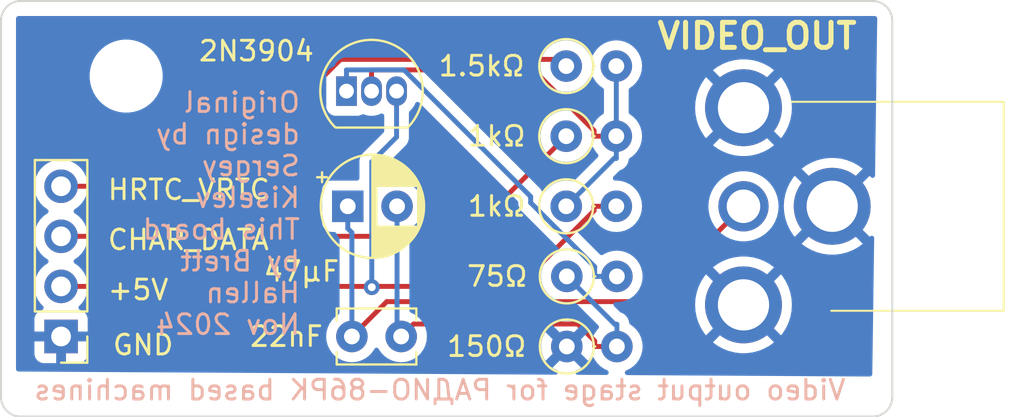
<source format=kicad_pcb>
(kicad_pcb (version 20240108) (generator "pcbnew") (generator_version "8.0")
  (title_block (title "РАДИО-86РК Video Output Stage") (date "23-Nov-2024") (rev "1.1-0") (comment 1 "https://github.com/0ddjob/Radio-86RK-Video-Output") (comment 2 "Brett Hallen") (comment 3 "https://github.com/skiselev/radio-86rk") (comment 4 "Original design by Sergey Kiselev"))
  (layers (0 "F.Cu" signal) (31 "B.Cu" signal) (34 "B.Paste" user) (35 "F.Paste" user) (36 "B.SilkS" user "B.Silkscreen") (37 "F.SilkS" user "F.Silkscreen") (38 "B.Mask" user) (39 "F.Mask" user) (44 "Edge.Cuts" user))
  (net 0 "")
  (net 1 "Net-(C1-Pad1)")
  (net 2 "GND")
  (net 3 "5V")
  (net 4 "CHAR_DATA")
  (net 5 "HRTC_VRTC")
  (net 6 "Net-(Q1-E)")
  (net 7 "Net-(Q1-B)")
  (net 8 "Net-(J1-Signal)")
  (footprint "Capacitor_THT:C_Disc_D3.8mm_W2.6mm_P2.50mm" (layer "F.Cu") (at 124.186 83.566 180)
    (property "Reference" "C1" (hide yes))
    (property "Value" "22nF" (at 5.822 0 0) (layer "F.SilkS"))
    (fp_line (start 3.27 0.795) (end 3.27 1.42) (stroke (width 0.12)) (layer "F.SilkS"))
    (fp_line (start 3.27 -1.42) (end 3.27 -0.795) (stroke (width 0.12)) (layer "F.SilkS"))
    (fp_line (start -0.77 1.42) (end 3.27 1.42) (stroke (width 0.12)) (layer "F.SilkS"))
    (fp_line (start -0.77 0.795) (end -0.77 1.42) (stroke (width 0.12)) (layer "F.SilkS"))
    (fp_line (start -0.77 -1.42) (end 3.27 -1.42) (stroke (width 0.12)) (layer "F.SilkS"))
    (fp_line (start -0.77 -1.42) (end -0.77 -0.795) (stroke (width 0.12)) (layer "F.SilkS"))
    (pad "1" thru_hole circle (at 0 0 180) (size 1.6 1.6) (drill 0.8) (layers "*.Cu" "*.Mask") (net 1 "Net-(C1-Pad1)"))
    (pad "2" thru_hole circle (at 2.5 0 180) (size 1.6 1.6) (drill 0.8) (layers "*.Cu" "*.Mask") (net 8 "Net-(J1-Signal)"))
  )
  (footprint "Package_TO_SOT_THT:TO-92_Inline" (layer "F.Cu") (at 121.412 71.12)
    (property "Reference" "Q1" (hide yes))
    (property "Value" "2N3904" (at -4.572 -2.032 0) (layer "F.SilkS"))
    (fp_line (start -0.53 1.85) (end 3.07 1.85) (stroke (width 0.12)) (layer "F.SilkS"))
    (fp_arc (start -0.568478 1.838478) (mid -1.132087 -0.994977) (end 1.27 -2.6) (stroke (width 0.12)) (layer "F.SilkS"))
    (fp_arc (start 1.27 -2.6) (mid 3.672087 -0.994977) (end 3.108478 1.838478) (stroke (width 0.12)) (layer "F.SilkS"))
    (pad "1" thru_hole rect (at 0 0) (size 1.05 1.5) (drill 0.75) (layers "*.Cu" "*.Mask") (net 6 "Net-(Q1-E)"))
    (pad "2" thru_hole oval (at 1.27 0) (size 1.05 1.5) (drill 0.75) (layers "*.Cu" "*.Mask") (net 7 "Net-(Q1-B)"))
    (pad "3" thru_hole oval (at 2.54 0) (size 1.05 1.5) (drill 0.75) (layers "*.Cu" "*.Mask") (net 3 "5V"))
  )
  (footprint "Resistor_THT:R_Axial_DIN0207_L6.3mm_D2.5mm_P2.54mm_Vertical" (layer "F.Cu") (at 132.559 69.85)
    (property "Reference" "R1" (hide yes))
    (property "Value" "1.5kΩ" (at -4.289 0 0) (layer "F.SilkS"))
    (fp_line (start 1.37 0) (end 1.44 0) (stroke (width 0.12)) (layer "F.SilkS"))
    (fp_circle (center 0 0) (end 1.37 0) (stroke (width 0.12)) (fill none) (layer "F.SilkS"))
    (pad "1" thru_hole circle (at 0 0) (size 1.6 1.6) (drill 0.8) (layers "*.Cu" "*.Mask") (net 5 "HRTC_VRTC"))
    (pad "2" thru_hole oval (at 2.54 0) (size 1.6 1.6) (drill 0.8) (layers "*.Cu" "*.Mask") (net 7 "Net-(Q1-B)"))
  )
  (footprint "Resistor_THT:R_Axial_DIN0207_L6.3mm_D2.5mm_P2.54mm_Vertical" (layer "F.Cu") (at 132.559 73.406)
    (property "Reference" "R2" (hide yes))
    (property "Value" "1kΩ" (at -3.527 0 0) (layer "F.SilkS"))
    (fp_line (start 1.37 0) (end 1.44 0) (stroke (width 0.12)) (layer "F.SilkS"))
    (fp_circle (center 0 0) (end 1.37 0) (stroke (width 0.12)) (fill none) (layer "F.SilkS"))
    (pad "1" thru_hole circle (at 0 0) (size 1.6 1.6) (drill 0.8) (layers "*.Cu" "*.Mask") (net 4 "CHAR_DATA"))
    (pad "2" thru_hole oval (at 2.54 0) (size 1.6 1.6) (drill 0.8) (layers "*.Cu" "*.Mask") (net 7 "Net-(Q1-B)"))
  )
  (footprint "MountingHole:MountingHole_3.2mm_M3" (layer "F.Cu") (at 110.236 70.358)
    (property "Reference" "H1" (hide yes))
    (property "Value" "MountingHole" (hide yes))
    (pad "" np_thru_hole circle (at 0 0) (size 3.2 3.2) (drill 3.2) (layers "*.Cu" "*.Mask"))
  )
  (footprint "Resistor_THT:R_Axial_DIN0207_L6.3mm_D2.5mm_P2.54mm_Vertical" (layer "F.Cu") (at 132.559 76.962)
    (property "Reference" "R3" (hide yes))
    (property "Value" "1kΩ" (at -3.527 0 0) (layer "F.SilkS"))
    (fp_line (start 1.37 0) (end 1.44 0) (stroke (width 0.12)) (layer "F.SilkS"))
    (fp_circle (center 0 0) (end 1.37 0) (stroke (width 0.12)) (fill none) (layer "F.SilkS"))
    (pad "1" thru_hole circle (at 0 0) (size 1.6 1.6) (drill 0.8) (layers "*.Cu" "*.Mask") (net 7 "Net-(Q1-B)"))
    (pad "2" thru_hole oval (at 2.54 0) (size 1.6 1.6) (drill 0.8) (layers "*.Cu" "*.Mask") (net 3 "5V"))
  )
  (footprint "Resistor_THT:R_Axial_DIN0207_L6.3mm_D2.5mm_P2.54mm_Vertical" (layer "F.Cu") (at 132.588 84.074)
    (property "Reference" "R5" (hide yes))
    (property "Value" "150Ω" (at -4.064 0 0) (layer "F.SilkS"))
    (fp_line (start 1.37 0) (end 1.44 0) (stroke (width 0.12)) (layer "F.SilkS"))
    (fp_circle (center 0 0) (end 1.37 0) (stroke (width 0.12)) (fill none) (layer "F.SilkS"))
    (pad "1" thru_hole circle (at 0 0) (size 1.6 1.6) (drill 0.8) (layers "*.Cu" "*.Mask") (net 2 "GND"))
    (pad "2" thru_hole oval (at 2.54 0) (size 1.6 1.6) (drill 0.8) (layers "*.Cu" "*.Mask") (net 1 "Net-(C1-Pad1)"))
  )
  (footprint "Resistor_THT:R_Axial_DIN0207_L6.3mm_D2.5mm_P2.54mm_Vertical" (layer "F.Cu") (at 132.588 80.518)
    (property "Reference" "R4" (hide yes))
    (property "Value" "75Ω" (at -3.527 0 0) (layer "F.SilkS"))
    (fp_line (start 1.37 0) (end 1.44 0) (stroke (width 0.12)) (layer "F.SilkS"))
    (fp_circle (center 0 0) (end 1.37 0) (stroke (width 0.12)) (fill none) (layer "F.SilkS"))
    (pad "1" thru_hole circle (at 0 0) (size 1.6 1.6) (drill 0.8) (layers "*.Cu" "*.Mask") (net 1 "Net-(C1-Pad1)"))
    (pad "2" thru_hole oval (at 2.54 0) (size 1.6 1.6) (drill 0.8) (layers "*.Cu" "*.Mask") (net 6 "Net-(Q1-E)"))
  )
  (footprint "Capacitor_THT:CP_Radial_D5.0mm_P2.50mm" (layer "F.Cu") (at 121.4769 76.962)
    (property "Reference" "C2" (hide yes))
    (property "Value" "47µF" (at -2.3509 3.302 0) (layer "F.SilkS"))
    (fp_line (start -1.554775 -1.475) (end -1.054775 -1.475) (stroke (width 0.12)) (layer "F.SilkS"))
    (fp_line (start -1.304775 -1.725) (end -1.304775 -1.225) (stroke (width 0.12)) (layer "F.SilkS"))
    (fp_line (start 1.25 -2.58) (end 1.25 2.58) (stroke (width 0.12)) (layer "F.SilkS"))
    (fp_line (start 1.29 -2.58) (end 1.29 2.58) (stroke (width 0.12)) (layer "F.SilkS"))
    (fp_line (start 1.33 -2.579) (end 1.33 2.579) (stroke (width 0.12)) (layer "F.SilkS"))
    (fp_line (start 1.37 -2.578) (end 1.37 2.578) (stroke (width 0.12)) (layer "F.SilkS"))
    (fp_line (start 1.41 -2.576) (end 1.41 2.576) (stroke (width 0.12)) (layer "F.SilkS"))
    (fp_line (start 1.45 -2.573) (end 1.45 2.573) (stroke (width 0.12)) (layer "F.SilkS"))
    (fp_line (start 1.49 -2.569) (end 1.49 -1.04) (stroke (width 0.12)) (layer "F.SilkS"))
    (fp_line (start 1.49 1.04) (end 1.49 2.569) (stroke (width 0.12)) (layer "F.SilkS"))
    (fp_line (start 1.53 -2.565) (end 1.53 -1.04) (stroke (width 0.12)) (layer "F.SilkS"))
    (fp_line (start 1.53 1.04) (end 1.53 2.565) (stroke (width 0.12)) (layer "F.SilkS"))
    (fp_line (start 1.57 -2.561) (end 1.57 -1.04) (stroke (width 0.12)) (layer "F.SilkS"))
    (fp_line (start 1.57 1.04) (end 1.57 2.561) (stroke (width 0.12)) (layer "F.SilkS"))
    (fp_line (start 1.61 -2.556) (end 1.61 -1.04) (stroke (width 0.12)) (layer "F.SilkS"))
    (fp_line (start 1.61 1.04) (end 1.61 2.556) (stroke (width 0.12)) (layer "F.SilkS"))
    (fp_line (start 1.65 -2.55) (end 1.65 -1.04) (stroke (width 0.12)) (layer "F.SilkS"))
    (fp_line (start 1.65 1.04) (end 1.65 2.55) (stroke (width 0.12)) (layer "F.SilkS"))
    (fp_line (start 1.69 -2.543) (end 1.69 -1.04) (stroke (width 0.12)) (layer "F.SilkS"))
    (fp_line (start 1.69 1.04) (end 1.69 2.543) (stroke (width 0.12)) (layer "F.SilkS"))
    (fp_line (start 1.73 -2.536) (end 1.73 -1.04) (stroke (width 0.12)) (layer "F.SilkS"))
    (fp_line (start 1.73 1.04) (end 1.73 2.536) (stroke (width 0.12)) (layer "F.SilkS"))
    (fp_line (start 1.77 -2.528) (end 1.77 -1.04) (stroke (width 0.12)) (layer "F.SilkS"))
    (fp_line (start 1.77 1.04) (end 1.77 2.528) (stroke (width 0.12)) (layer "F.SilkS"))
    (fp_line (start 1.81 -2.52) (end 1.81 -1.04) (stroke (width 0.12)) (layer "F.SilkS"))
    (fp_line (start 1.81 1.04) (end 1.81 2.52) (stroke (width 0.12)) (layer "F.SilkS"))
    (fp_line (start 1.85 -2.511) (end 1.85 -1.04) (stroke (width 0.12)) (layer "F.SilkS"))
    (fp_line (start 1.85 1.04) (end 1.85 2.511) (stroke (width 0.12)) (layer "F.SilkS"))
    (fp_line (start 1.89 -2.501) (end 1.89 -1.04) (stroke (width 0.12)) (layer "F.SilkS"))
    (fp_line (start 1.89 1.04) (end 1.89 2.501) (stroke (width 0.12)) (layer "F.SilkS"))
    (fp_line (start 1.93 -2.491) (end 1.93 -1.04) (stroke (width 0.12)) (layer "F.SilkS"))
    (fp_line (start 1.93 1.04) (end 1.93 2.491) (stroke (width 0.12)) (layer "F.SilkS"))
    (fp_line (start 1.971 -2.48) (end 1.971 -1.04) (stroke (width 0.12)) (layer "F.SilkS"))
    (fp_line (start 1.971 1.04) (end 1.971 2.48) (stroke (width 0.12)) (layer "F.SilkS"))
    (fp_line (start 2.011 -2.468) (end 2.011 -1.04) (stroke (width 0.12)) (layer "F.SilkS"))
    (fp_line (start 2.011 1.04) (end 2.011 2.468) (stroke (width 0.12)) (layer "F.SilkS"))
    (fp_line (start 2.051 -2.455) (end 2.051 -1.04) (stroke (width 0.12)) (layer "F.SilkS"))
    (fp_line (start 2.051 1.04) (end 2.051 2.455) (stroke (width 0.12)) (layer "F.SilkS"))
    (fp_line (start 2.091 -2.442) (end 2.091 -1.04) (stroke (width 0.12)) (layer "F.SilkS"))
    (fp_line (start 2.091 1.04) (end 2.091 2.442) (stroke (width 0.12)) (layer "F.SilkS"))
    (fp_line (start 2.131 -2.428) (end 2.131 -1.04) (stroke (width 0.12)) (layer "F.SilkS"))
    (fp_line (start 2.131 1.04) (end 2.131 2.428) (stroke (width 0.12)) (layer "F.SilkS"))
    (fp_line (start 2.171 -2.414) (end 2.171 -1.04) (stroke (width 0.12)) (layer "F.SilkS"))
    (fp_line (start 2.171 1.04) (end 2.171 2.414) (stroke (width 0.12)) (layer "F.SilkS"))
    (fp_line (start 2.211 -2.398) (end 2.211 -1.04) (stroke (width 0.12)) (layer "F.SilkS"))
    (fp_line (start 2.211 1.04) (end 2.211 2.398) (stroke (width 0.12)) (layer "F.SilkS"))
    (fp_line (start 2.251 -2.382) (end 2.251 -1.04) (stroke (width 0.12)) (layer "F.SilkS"))
    (fp_line (start 2.251 1.04) (end 2.251 2.382) (stroke (width 0.12)) (layer "F.SilkS"))
    (fp_line (start 2.291 -2.365) (end 2.291 -1.04) (stroke (width 0.12)) (layer "F.SilkS"))
    (fp_line (start 2.291 1.04) (end 2.291 2.365) (stroke (width 0.12)) (layer "F.SilkS"))
    (fp_line (start 2.331 -2.348) (end 2.331 -1.04) (stroke (width 0.12)) (layer "F.SilkS"))
    (fp_line (start 2.331 1.04) (end 2.331 2.348) (stroke (width 0.12)) (layer "F.SilkS"))
    (fp_line (start 2.371 -2.329) (end 2.371 -1.04) (stroke (width 0.12)) (layer "F.SilkS"))
    (fp_line (start 2.371 1.04) (end 2.371 2.329) (stroke (width 0.12)) (layer "F.SilkS"))
    (fp_line (start 2.411 -2.31) (end 2.411 -1.04) (stroke (width 0.12)) (layer "F.SilkS"))
    (fp_line (start 2.411 1.04) (end 2.411 2.31) (stroke (width 0.12)) (layer "F.SilkS"))
    (fp_line (start 2.451 -2.29) (end 2.451 -1.04) (stroke (width 0.12)) (layer "F.SilkS"))
    (fp_line (start 2.451 1.04) (end 2.451 2.29) (stroke (width 0.12)) (layer "F.SilkS"))
    (fp_line (start 2.491 -2.268) (end 2.491 -1.04) (stroke (width 0.12)) (layer "F.SilkS"))
    (fp_line (start 2.491 1.04) (end 2.491 2.268) (stroke (width 0.12)) (layer "F.SilkS"))
    (fp_line (start 2.531 -2.247) (end 2.531 -1.04) (stroke (width 0.12)) (layer "F.SilkS"))
    (fp_line (start 2.531 1.04) (end 2.531 2.247) (stroke (width 0.12)) (layer "F.SilkS"))
    (fp_line (start 2.571 -2.224) (end 2.571 -1.04) (stroke (width 0.12)) (layer "F.SilkS"))
    (fp_line (start 2.571 1.04) (end 2.571 2.224) (stroke (width 0.12)) (layer "F.SilkS"))
    (fp_line (start 2.611 -2.2) (end 2.611 -1.04) (stroke (width 0.12)) (layer "F.SilkS"))
    (fp_line (start 2.611 1.04) (end 2.611 2.2) (stroke (width 0.12)) (layer "F.SilkS"))
    (fp_line (start 2.651 -2.175) (end 2.651 -1.04) (stroke (width 0.12)) (layer "F.SilkS"))
    (fp_line (start 2.651 1.04) (end 2.651 2.175) (stroke (width 0.12)) (layer "F.SilkS"))
    (fp_line (start 2.691 -2.149) (end 2.691 -1.04) (stroke (width 0.12)) (layer "F.SilkS"))
    (fp_line (start 2.691 1.04) (end 2.691 2.149) (stroke (width 0.12)) (layer "F.SilkS"))
    (fp_line (start 2.731 -2.122) (end 2.731 -1.04) (stroke (width 0.12)) (layer "F.SilkS"))
    (fp_line (start 2.731 1.04) (end 2.731 2.122) (stroke (width 0.12)) (layer "F.SilkS"))
    (fp_line (start 2.771 -2.095) (end 2.771 -1.04) (stroke (width 0.12)) (layer "F.SilkS"))
    (fp_line (start 2.771 1.04) (end 2.771 2.095) (stroke (width 0.12)) (layer "F.SilkS"))
    (fp_line (start 2.811 -2.065) (end 2.811 -1.04) (stroke (width 0.12)) (layer "F.SilkS"))
    (fp_line (start 2.811 1.04) (end 2.811 2.065) (stroke (width 0.12)) (layer "F.SilkS"))
    (fp_line (start 2.851 -2.035) (end 2.851 -1.04) (stroke (width 0.12)) (layer "F.SilkS"))
    (fp_line (start 2.851 1.04) (end 2.851 2.035) (stroke (width 0.12)) (layer "F.SilkS"))
    (fp_line (start 2.891 -2.004) (end 2.891 -1.04) (stroke (width 0.12)) (layer "F.SilkS"))
    (fp_line (start 2.891 1.04) (end 2.891 2.004) (stroke (width 0.12)) (layer "F.SilkS"))
    (fp_line (start 2.931 -1.971) (end 2.931 -1.04) (stroke (width 0.12)) (layer "F.SilkS"))
    (fp_line (start 2.931 1.04) (end 2.931 1.971) (stroke (width 0.12)) (layer "F.SilkS"))
    (fp_line (start 2.971 -1.937) (end 2.971 -1.04) (stroke (width 0.12)) (layer "F.SilkS"))
    (fp_line (start 2.971 1.04) (end 2.971 1.937) (stroke (width 0.12)) (layer "F.SilkS"))
    (fp_line (start 3.011 -1.901) (end 3.011 -1.04) (stroke (width 0.12)) (layer "F.SilkS"))
    (fp_line (start 3.011 1.04) (end 3.011 1.901) (stroke (width 0.12)) (layer "F.SilkS"))
    (fp_line (start 3.051 -1.864) (end 3.051 -1.04) (stroke (width 0.12)) (layer "F.SilkS"))
    (fp_line (start 3.051 1.04) (end 3.051 1.864) (stroke (width 0.12)) (layer "F.SilkS"))
    (fp_line (start 3.091 -1.826) (end 3.091 -1.04) (stroke (width 0.12)) (layer "F.SilkS"))
    (fp_line (start 3.091 1.04) (end 3.091 1.826) (stroke (width 0.12)) (layer "F.SilkS"))
    (fp_line (start 3.131 -1.785) (end 3.131 -1.04) (stroke (width 0.12)) (layer "F.SilkS"))
    (fp_line (start 3.131 1.04) (end 3.131 1.785) (stroke (width 0.12)) (layer "F.SilkS"))
    (fp_line (start 3.171 -1.743) (end 3.171 -1.04) (stroke (width 0.12)) (layer "F.SilkS"))
    (fp_line (start 3.171 1.04) (end 3.171 1.743) (stroke (width 0.12)) (layer "F.SilkS"))
    (fp_line (start 3.211 -1.699) (end 3.211 -1.04) (stroke (width 0.12)) (layer "F.SilkS"))
    (fp_line (start 3.211 1.04) (end 3.211 1.699) (stroke (width 0.12)) (layer "F.SilkS"))
    (fp_line (start 3.251 -1.653) (end 3.251 -1.04) (stroke (width 0.12)) (layer "F.SilkS"))
    (fp_line (start 3.251 1.04) (end 3.251 1.653) (stroke (width 0.12)) (layer "F.SilkS"))
    (fp_line (start 3.291 -1.605) (end 3.291 -1.04) (stroke (width 0.12)) (layer "F.SilkS"))
    (fp_line (start 3.291 1.04) (end 3.291 1.605) (stroke (width 0.12)) (layer "F.SilkS"))
    (fp_line (start 3.331 -1.554) (end 3.331 -1.04) (stroke (width 0.12)) (layer "F.SilkS"))
    (fp_line (start 3.331 1.04) (end 3.331 1.554) (stroke (width 0.12)) (layer "F.SilkS"))
    (fp_line (start 3.371 -1.5) (end 3.371 -1.04) (stroke (width 0.12)) (layer "F.SilkS"))
    (fp_line (start 3.371 1.04) (end 3.371 1.5) (stroke (width 0.12)) (layer "F.SilkS"))
    (fp_line (start 3.411 -1.443) (end 3.411 -1.04) (stroke (width 0.12)) (layer "F.SilkS"))
    (fp_line (start 3.411 1.04) (end 3.411 1.443) (stroke (width 0.12)) (layer "F.SilkS"))
    (fp_line (start 3.451 -1.383) (end 3.451 -1.04) (stroke (width 0.12)) (layer "F.SilkS"))
    (fp_line (start 3.451 1.04) (end 3.451 1.383) (stroke (width 0.12)) (layer "F.SilkS"))
    (fp_line (start 3.491 -1.319) (end 3.491 -1.04) (stroke (width 0.12)) (layer "F.SilkS"))
    (fp_line (start 3.491 1.04) (end 3.491 1.319) (stroke (width 0.12)) (layer "F.SilkS"))
    (fp_line (start 3.531 -1.251) (end 3.531 -1.04) (stroke (width 0.12)) (layer "F.SilkS"))
    (fp_line (start 3.531 1.04) (end 3.531 1.251) (stroke (width 0.12)) (layer "F.SilkS"))
    (fp_line (start 3.571 -1.178) (end 3.571 1.178) (stroke (width 0.12)) (layer "F.SilkS"))
    (fp_line (start 3.611 -1.098) (end 3.611 1.098) (stroke (width 0.12)) (layer "F.SilkS"))
    (fp_line (start 3.651 -1.011) (end 3.651 1.011) (stroke (width 0.12)) (layer "F.SilkS"))
    (fp_line (start 3.691 -0.915) (end 3.691 0.915) (stroke (width 0.12)) (layer "F.SilkS"))
    (fp_line (start 3.731 -0.805) (end 3.731 0.805) (stroke (width 0.12)) (layer "F.SilkS"))
    (fp_line (start 3.771 -0.677) (end 3.771 0.677) (stroke (width 0.12)) (layer "F.SilkS"))
    (fp_line (start 3.811 -0.518) (end 3.811 0.518) (stroke (width 0.12)) (layer "F.SilkS"))
    (fp_line (start 3.851 -0.284) (end 3.851 0.284) (stroke (width 0.12)) (layer "F.SilkS"))
    (fp_circle (center 1.25 0) (end 3.87 0) (stroke (width 0.12)) (fill none) (layer "F.SilkS"))
    (pad "1" thru_hole rect (at 0 0) (size 1.6 1.6) (drill 0.8) (layers "*.Cu" "*.Mask") (net 8 "Net-(J1-Signal)"))
    (pad "2" thru_hole circle (at 2.5 0) (size 1.6 1.6) (drill 0.8) (layers "*.Cu" "*.Mask") (net 1 "Net-(C1-Pad1)"))
  )
  (footprint "Clueless_Engineer:RCJ014" (layer "F.Cu") (at 141.55 76.962 -90)
    (property "Reference" "J1" (hide yes))
    (property "Value" "VIDEO_OUT" (at -8.636 -0.69 180) (layer "F.SilkS") (effects (font (size 1.27 1.27) (thickness 0.254))))
    (fp_line (start -5.3 -2.45) (end -5.3 -13.2) (stroke (width 0.1)) (layer "F.SilkS"))
    (fp_line (start -5.3 -13.2) (end 5 -13.2) (stroke (width 0.1)) (layer "F.SilkS"))
    (fp_line (start 5 -13.2) (end 5.3 -13.2) (stroke (width 0.1)) (layer "F.SilkS"))
    (fp_line (start 5.3 -13.2) (end 5.3 -4.45) (stroke (width 0.1)) (layer "F.SilkS"))
    (pad "2" thru_hole circle (at 0 0 270) (size 2.55 2.55) (drill 1.7) (layers "*.Cu" "*.Mask") (net 8 "Net-(J1-Signal)"))
    (pad "A1" thru_hole circle (at -5 0 270) (size 3.9 3.9) (drill 2.6) (layers "*.Cu" "*.Mask") (net 2 "GND"))
    (pad "B1" thru_hole circle (at 0 -4.5 270) (size 3.9 3.9) (drill 2.6) (layers "*.Cu" "*.Mask") (net 2 "GND"))
    (pad "C1" thru_hole circle (at 5 0 270) (size 3.9 3.9) (drill 2.6) (layers "*.Cu" "*.Mask") (net 2 "GND"))
  )
  (footprint "Connector_PinHeader_2.54mm:PinHeader_1x04_P2.54mm_Vertical" (layer "F.Cu") (at 106.934 83.566 180)
    (property "Reference" "J2" (hide yes))
    (property "Value" "Conn_01x04_Pin" (hide yes))
    (fp_line (start 1.33 1.27) (end 1.33 8.95) (stroke (width 0.12)) (layer "F.SilkS"))
    (fp_line (start -1.33 8.95) (end 1.33 8.95) (stroke (width 0.12)) (layer "F.SilkS"))
    (fp_line (start -1.33 1.27) (end 1.33 1.27) (stroke (width 0.12)) (layer "F.SilkS"))
    (fp_line (start -1.33 1.27) (end -1.33 8.95) (stroke (width 0.12)) (layer "F.SilkS"))
    (fp_line (start -1.33 0) (end -1.33 -1.33) (stroke (width 0.12)) (layer "F.SilkS"))
    (fp_line (start -1.33 -1.33) (end 0 -1.33) (stroke (width 0.12)) (layer "F.SilkS"))
    (pad "1" thru_hole rect (at 0 0 180) (size 1.7 1.7) (drill 1) (layers "*.Cu" "*.Mask") (net 2 "GND"))
    (pad "2" thru_hole oval (at 0 2.54 180) (size 1.7 1.7) (drill 1) (layers "*.Cu" "*.Mask") (net 3 "5V"))
    (pad "3" thru_hole oval (at 0 5.08 180) (size 1.7 1.7) (drill 1) (layers "*.Cu" "*.Mask") (net 4 "CHAR_DATA"))
    (pad "4" thru_hole oval (at 0 7.62 180) (size 1.7 1.7) (drill 1) (layers "*.Cu" "*.Mask") (net 5 "HRTC_VRTC"))
  )
  (gr_line (start 149.098 67.548) (end 149.098 86.63) (stroke (width 0.1)) (layer "Edge.Cuts"))
  (gr_line (start 104.886 66.548) (end 148.098 66.548) (stroke (width 0.1)) (layer "Edge.Cuts"))
  (gr_arc (start 103.886 67.548) (mid 104.178893 66.840893) (end 104.886 66.548) (stroke (width 0.1)) (layer "Edge.Cuts"))
  (gr_arc (start 148.098 66.548) (mid 148.805107 66.840893) (end 149.098 67.548) (stroke (width 0.1)) (layer "Edge.Cuts"))
  (gr_line (start 103.886 86.63) (end 103.886 67.548) (stroke (width 0.1)) (layer "Edge.Cuts"))
  (gr_arc (start 149.098 86.63) (mid 148.805107 87.337107) (end 148.098 87.63) (stroke (width 0.1)) (layer "Edge.Cuts"))
  (gr_arc (start 104.886 87.63) (mid 104.178893 87.337107) (end 103.886 86.63) (stroke (width 0.1)) (layer "Edge.Cuts"))
  (gr_line (start 148.098 87.63) (end 104.886 87.63) (stroke (width 0.1)) (layer "Edge.Cuts"))
  (gr_text "Video output stage for РАДИО-86РК based machines" (at 146.812 86.868 0) (layer "B.SilkS") (effects (font (size 1 1)) (justify left bottom mirror)))
  (gr_text "+5V" (at 109.22 81.788 0) (layer "F.SilkS") (effects (font (size 1 1)) (justify left bottom)))
  (gr_text "GND" (at 109.474 84.582 0) (layer "F.SilkS") (effects (font (size 1 1)) (justify left bottom)))
  (gr_text "CHAR_DATA" (at 109.22 79.248 0) (layer "F.SilkS") (effects (font (size 1 1)) (justify left bottom)))
  (gr_text "HRTC_VRTC" (at 109.22 76.708 0) (layer "F.SilkS") (effects (font (size 1 1)) (justify left bottom)))
  (gr_text_box "Original design by Sergey Kiselev\nThis board by Brett Hallen\nNov 2024" (start 108.966 70.358) (end 119.888 85.598) (layer "B.SilkS") (effects (font (size 1 1)) (justify left top mirror)) (border no))
  (segment (start 133.1415 82.9325) (end 124.8195 82.9325) (width 0.25) (layer "F.Cu") (net 1))
  (segment (start 134.0013 83.7923) (end 133.1415 82.9325) (width 0.25) (layer "F.Cu") (net 1))
  (segment (start 124.8195 82.9325) (end 124.186 83.566) (width 0.25) (layer "F.Cu") (net 1))
  (segment (start 134.0013 84.074) (end 134.0013 83.7923) (width 0.25) (layer "F.Cu") (net 1))
  (segment (start 135.128 84.074) (end 134.0013 84.074) (width 0.25) (layer "F.Cu") (net 1))
  (segment (start 123.9769 83.3569) (end 124.186 83.566) (width 0.25) (layer "B.Cu") (net 1))
  (segment (start 135.128 84.074) (end 135.128 82.9473) (width 0.25) (layer "B.Cu") (net 1))
  (segment (start 123.9769 76.962) (end 123.9769 83.3569) (width 0.25) (layer "B.Cu") (net 1))
  (segment (start 135.0173 82.9473) (end 135.128 82.9473) (width 0.25) (layer "B.Cu") (net 1))
  (segment (start 132.588 80.518) (end 135.0173 82.9473) (width 0.25) (layer "B.Cu") (net 1))
  (segment (start 122.6943 81.026) (end 122.6943 81.0668) (width 0.25) (layer "F.Cu") (net 3))
  (segment (start 130.1308 81.026) (end 133.9723 77.1845) (width 0.25) (layer "F.Cu") (net 3))
  (segment (start 133.9723 77.1845) (end 133.9723 76.962) (width 0.25) (layer "F.Cu") (net 3))
  (segment (start 122.6943 81.026) (end 130.1308 81.026) (width 0.25) (layer "F.Cu") (net 3))
  (segment (start 106.934 81.026) (end 122.6943 81.026) (width 0.25) (layer "F.Cu") (net 3))
  (segment (start 135.099 76.962) (end 133.9723 76.962) (width 0.25) (layer "F.Cu") (net 3))
  (via (at 122.6943 81.0668) (size 0.8) (drill 0.4) (layers "F.Cu" "B.Cu") (net 3))
  (segment (start 122.6943 81.0668) (end 122.6943 74.708) (width 0.25) (layer "B.Cu") (net 3))
  (segment (start 122.6943 74.708) (end 123.952 73.4503) (width 0.25) (layer "B.Cu") (net 3))
  (segment (start 123.952 73.4503) (end 123.952 71.12) (width 0.25) (layer "B.Cu") (net 3))
  (segment (start 132.559 73.406) (end 127.479 78.486) (width 0.25) (layer "F.Cu") (net 4))
  (segment (start 127.479 78.486) (end 106.934 78.486) (width 0.25) (layer "F.Cu") (net 4))
  (segment (start 114.6757 75.946) (end 106.934 75.946) (width 0.25) (layer "F.Cu") (net 5))
  (segment (start 132.2202 69.5112) (end 121.1105 69.5112) (width 0.25) (layer "F.Cu") (net 5))
  (segment (start 121.1105 69.5112) (end 114.6757 75.946) (width 0.25) (layer "F.Cu") (net 5))
  (segment (start 132.559 69.85) (end 132.2202 69.5112) (width 0.25) (layer "F.Cu") (net 5))
  (segment (start 135.128 80.518) (end 134.0013 80.518) (width 0.25) (layer "B.Cu") (net 6))
  (segment (start 121.412 70.0433) (end 124.3294 70.0433) (width 0.25) (layer "B.Cu") (net 6))
  (segment (start 130.7529 76.4668) (end 130.7529 76.7792) (width 0.25) (layer "B.Cu") (net 6))
  (segment (start 130.7529 76.7792) (end 134.0013 80.0276) (width 0.25) (layer "B.Cu") (net 6))
  (segment (start 124.3294 70.0433) (end 130.7529 76.4668) (width 0.25) (layer "B.Cu") (net 6))
  (segment (start 134.0013 80.0276) (end 134.0013 80.518) (width 0.25) (layer "B.Cu") (net 6))
  (segment (start 121.412 71.12) (end 121.412 70.0433) (width 0.25) (layer "B.Cu") (net 6))
  (segment (start 133.9723 73.406) (end 133.9723 73.1242) (width 0.25) (layer "F.Cu") (net 7))
  (segment (start 133.9723 73.1242) (end 130.8914 70.0433) (width 0.25) (layer "F.Cu") (net 7))
  (segment (start 130.8914 70.0433) (end 122.682 70.0433) (width 0.25) (layer "F.Cu") (net 7))
  (segment (start 122.682 71.12) (end 122.682 70.0433) (width 0.25) (layer "F.Cu") (net 7))
  (segment (start 135.099 73.406) (end 133.9723 73.406) (width 0.25) (layer "F.Cu") (net 7))
  (segment (start 135.099 73.9693) (end 135.099 74.5327) (width 0.25) (layer "B.Cu") (net 7))
  (segment (start 132.559 76.962) (end 134.9883 74.5327) (width 0.25) (layer "B.Cu") (net 7))
  (segment (start 134.9883 74.5327) (end 135.099 74.5327) (width 0.25) (layer "B.Cu") (net 7))
  (segment (start 135.099 73.406) (end 135.099 69.85) (width 0.25) (layer "B.Cu") (net 7))
  (segment (start 135.099 73.9693) (end 135.099 73.406) (width 0.25) (layer "B.Cu") (net 7))
  (segment (start 141.55 76.962) (end 136.7128 81.7992) (width 0.25) (layer "F.Cu") (net 8))
  (segment (start 136.7128 81.7992) (end 123.4528 81.7992) (width 0.25) (layer "F.Cu") (net 8))
  (segment (start 123.4528 81.7992) (end 121.686 83.566) (width 0.25) (layer "F.Cu") (net 8))
  (segment (start 121.686 78.2978) (end 121.686 83.566) (width 0.25) (layer "B.Cu") (net 8))
  (segment (start 121.4769 78.0887) (end 121.686 78.2978) (width 0.25) (layer "B.Cu") (net 8))
  (segment (start 121.4769 76.962) (end 121.4769 78.0887) (width 0.25) (layer "B.Cu") (net 8))
  (zone (net 2) (net_name "GND") (layer "B.Cu") (connect_pads (clearance 0.5)) (min_thickness 0.25) (fill yes (thermal_gap 0.5) (thermal_bridge_width 0.5))
    (polygon (pts (xy 148.336 67.31) (xy 148.082 85.598) (xy 104.648 85.344) (xy 104.648 67.31)))
  )
)
</source>
